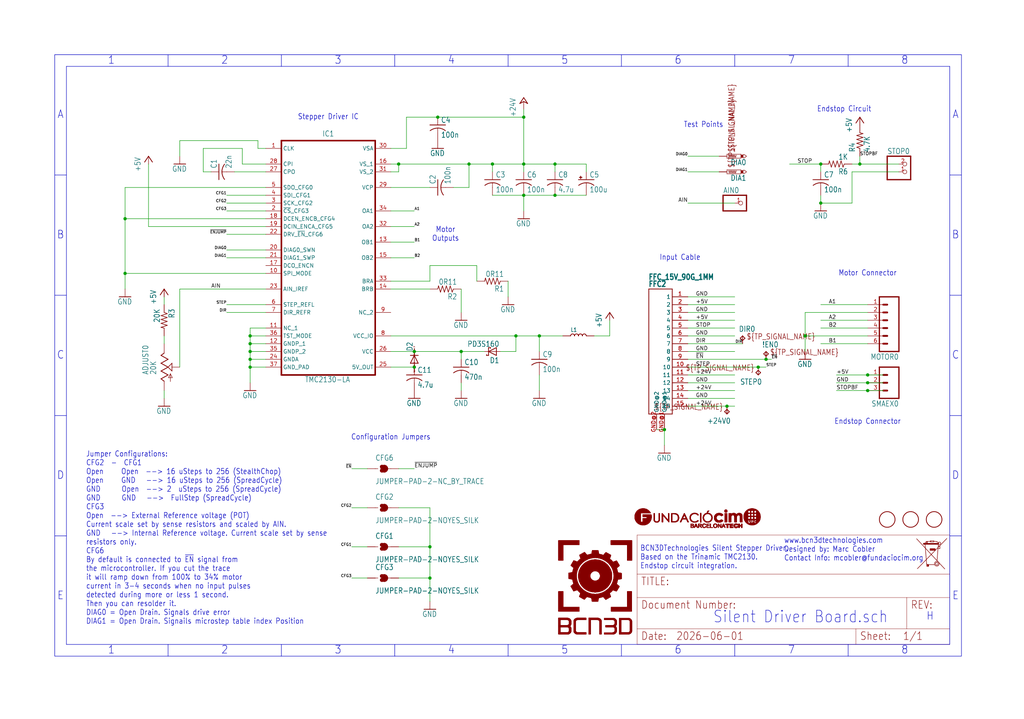
<source format=kicad_sch>
(kicad_sch (version 20230121) (generator eeschema)
  (paper "User" 332.74 233.832)
  (lib_symbols
    (symbol "working-eagle-import:+24V" (power)
      (property "Value" "+24V" (at -2.54 -5.08 90))
      (symbol "+24V_1_0"
        (pin power_in line (at 0 -2.54 90) (length 2.54) (name "+24V") (number "1"))
      )
    )
    (symbol "working-eagle-import:+5V" (power)
      (property "Value" "+5V" (at -2.54 -5.08 90))
      (symbol "+5V_1_0"
        (pin power_in line (at 0 -2.54 90) (length 2.54) (name "+5V") (number "1"))
      )
    )
    (symbol "working-eagle-import:C-USC0603K"
      (property "Reference" "C" (at 1.016 0.635 0))
      (symbol "C-USC0603K_1_0"
        (pin passive line (at 0 2.54 270) (length 2.54) (name "1") (number "1"))
        (pin passive line (at 0 -5.08 90) (length 2.54) (name "2") (number "2"))
      )
    )
    (symbol "working-eagle-import:C-USC0805"
      (property "Reference" "C" (at 1.016 0.635 0))
      (symbol "C-USC0805_1_0"
        (pin passive line (at 0 2.54 270) (length 2.54) (name "1") (number "1"))
        (pin passive line (at 0 -5.08 90) (length 2.54) (name "2") (number "2"))
      )
    )
    (symbol "working-eagle-import:C-USC1210"
      (property "Reference" "C" (at 1.016 0.635 0))
      (symbol "C-USC1210_1_0"
        (pin passive line (at 0 2.54 270) (length 2.54) (name "1") (number "1"))
        (pin passive line (at 0 -5.08 90) (length 2.54) (name "2") (number "2"))
      )
    )
    (symbol "working-eagle-import:CPOL-USUD-6,3X7,7"
      (property "Reference" "C" (at 1.016 0.635 0))
      (symbol "CPOL-USUD-6,3X7,7_1_0"
        (pin passive line (at 0 2.54 270) (length 2.54) (name "+") (number "+"))
        (pin passive line (at 0 -5.08 90) (length 2.54) (name "-") (number "-"))
      )
    )
    (symbol "working-eagle-import:DIODE-MINIMELF"
      (property "Reference" "D" (at 2.54 0.4826 0))
      (symbol "DIODE-MINIMELF_1_0"
        (text "SpiceOrder 1" (at -2.54 0 0) (effects (font (size 0.4064 0.3454))))
        (text "SpiceOrder 2" (at 2.54 0 0) (effects (font (size 0.4064 0.3454))))
        (pin passive line (at -2.54 0 0) (length 2.54) (name "A") (number "A"))
        (pin passive line (at 2.54 0 180) (length 2.54) (name "C") (number "C"))
      )
    )
    (symbol "working-eagle-import:DOCFIELD"
      (symbol "DOCFIELD_1_0"
        (text "${#}/${##}" (at 86.36 1.27 0) (effects (font (size 2.54 2.159)) (justify left bottom)))
        (text "${CURRENT_DATE}" (at 12.7 1.27 0) (effects (font (size 2.54 2.159)) (justify left bottom)))
        (text "${PROJECTNAME}" (at 17.78 19.05 0) (effects (font (size 2.54 2.159)) (justify left bottom)))
        (text "Date:" (at 1.27 1.27 0) (effects (font (size 2.54 2.159)) (justify left bottom)))
        (text "Document Number:" (at 1.27 11.43 0) (effects (font (size 2.54 2.159)) (justify left bottom)))
        (text "REV:" (at 88.9 11.43 0) (effects (font (size 2.54 2.159)) (justify left bottom)))
        (text "Sheet:" (at 72.39 1.27 0) (effects (font (size 2.54 2.159)) (justify left bottom)))
        (text "TITLE:" (at 1.27 19.05 0) (effects (font (size 2.54 2.159)) (justify left bottom)))
      )
    )
    (symbol "working-eagle-import:FCIMLOGO")
    (symbol "working-eagle-import:FFC_15V_90G_1MM"
      (property "Reference" "FFC" (at -5.334 25.908 0))
      (symbol "FFC_15V_90G_1MM_1_0"
        (pin bidirectional line (at 7.62 22.86 180) (length 5.08) (name "1") (number "1"))
        (pin bidirectional line (at 7.62 0 180) (length 5.08) (name "10") (number "10"))
        (pin bidirectional line (at 7.62 -2.54 180) (length 5.08) (name "11") (number "11"))
        (pin bidirectional line (at 7.62 -5.08 180) (length 5.08) (name "12") (number "12"))
        (pin bidirectional line (at 7.62 -7.62 180) (length 5.08) (name "13") (number "13"))
        (pin bidirectional line (at 7.62 -10.16 180) (length 5.08) (name "14") (number "14"))
        (pin bidirectional line (at 7.62 -12.7 180) (length 5.08) (name "15") (number "15"))
        (pin bidirectional line (at 7.62 20.32 180) (length 5.08) (name "2") (number "2"))
        (pin bidirectional line (at 7.62 17.78 180) (length 5.08) (name "3") (number "3"))
        (pin bidirectional line (at 7.62 15.24 180) (length 5.08) (name "4") (number "4"))
        (pin bidirectional line (at 7.62 12.7 180) (length 5.08) (name "5") (number "5"))
        (pin bidirectional line (at 7.62 10.16 180) (length 5.08) (name "6") (number "6"))
        (pin bidirectional line (at 7.62 7.62 180) (length 5.08) (name "7") (number "7"))
        (pin bidirectional line (at 7.62 5.08 180) (length 5.08) (name "8") (number "8"))
        (pin bidirectional line (at 7.62 2.54 180) (length 5.08) (name "9") (number "9"))
        (pin bidirectional line (at 0 -20.32 90) (length 5.08) (name "GND@1") (number "GND@1"))
        (pin bidirectional line (at -2.54 -20.32 90) (length 5.08) (name "GND@2") (number "GND@2"))
      )
    )
    (symbol "working-eagle-import:FIDUCIAL")
    (symbol "working-eagle-import:GND" (power)
      (property "Value" "GND" (at -2.54 -2.54 0))
      (symbol "GND_1_0"
        (pin power_in line (at 0 2.54 270) (length 2.54) (name "GND") (number "1"))
      )
    )
    (symbol "working-eagle-import:INDUCTOR/FERRITE-BEAD'0603'"
      (property "Reference" "L" (at -2.54 1.27 0))
      (symbol "INDUCTOR/FERRITE-BEAD'0603'_1_0"
        (pin passive line (at -5.08 0 0) (length 2.54) (name "1") (number "1"))
        (pin passive line (at 5.08 0 180) (length 2.54) (name "2") (number "2"))
      )
    )
    (symbol "working-eagle-import:JST_2PIN-THM-RA"
      (property "Reference" "CN" (at -6.35 5.715 0))
      (symbol "JST_2PIN-THM-RA_1_0"
        (pin passive inverted (at -2.54 0 0) (length 2.54) (name "2") (number "1"))
        (pin passive inverted (at -2.54 2.54 0) (length 2.54) (name "1") (number "2"))
      )
    )
    (symbol "working-eagle-import:JUMPER-PAD-2-NC_BY_TRACE"
      (property "Reference" "JP" (at -2.54 2.54 0))
      (symbol "JUMPER-PAD-2-NC_BY_TRACE_1_0"
        (pin passive line (at -5.08 0 0) (length 2.54) (name "1") (number "1"))
        (pin passive line (at 5.08 0 180) (length 2.54) (name "2") (number "2"))
      )
    )
    (symbol "working-eagle-import:JUMPER-PAD-2-NOYES_SILK"
      (property "Reference" "JP" (at -2.54 2.54 0))
      (symbol "JUMPER-PAD-2-NOYES_SILK_1_0"
        (pin passive line (at -5.08 0 0) (length 2.54) (name "1") (number "1"))
        (pin passive line (at 5.08 0 180) (length 2.54) (name "2") (number "2"))
      )
    )
    (symbol "working-eagle-import:LOGOS")
    (symbol "working-eagle-import:M03PTH"
      (property "Reference" "J" (at -2.54 5.842 0))
      (symbol "M03PTH_1_0"
        (pin passive line (at 7.62 -2.54 180) (length 5.08) (name "1") (number "1"))
        (pin passive line (at 7.62 0 180) (length 5.08) (name "2") (number "2"))
        (pin passive line (at 7.62 2.54 180) (length 5.08) (name "3") (number "3"))
      )
    )
    (symbol "working-eagle-import:M06"
      (property "Reference" "JP" (at -5.08 10.922 0))
      (symbol "M06_1_0"
        (pin passive line (at 5.08 -5.08 180) (length 5.08) (name "1") (number "1"))
        (pin passive line (at 5.08 -2.54 180) (length 5.08) (name "2") (number "2"))
        (pin passive line (at 5.08 0 180) (length 5.08) (name "3") (number "3"))
        (pin passive line (at 5.08 2.54 180) (length 5.08) (name "4") (number "4"))
        (pin passive line (at 5.08 5.08 180) (length 5.08) (name "5") (number "5"))
        (pin passive line (at 5.08 7.62 180) (length 5.08) (name "6") (number "6"))
      )
    )
    (symbol "working-eagle-import:MUELLTONNE_10.00")
    (symbol "working-eagle-import:PD3S160"
      (property "Reference" "D" (at -2.286 1.905 0))
      (symbol "PD3S160_1_0"
        (pin passive line (at -2.54 0 0) (length 2.54) (name "A") (number "A"))
        (pin passive line (at 2.54 0 180) (length 2.54) (name "C") (number "C"))
      )
    )
    (symbol "working-eagle-import:PINHD-1X1"
      (property "Reference" "JP" (at -6.35 3.175 0))
      (symbol "PINHD-1X1_1_0"
        (pin passive inverted (at -2.54 0 0) (length 2.54) (name "1") (number "1"))
      )
    )
    (symbol "working-eagle-import:PTR1TP12R"
      (property "Reference" "TP" (at -1.016 -6.35 90))
      (symbol "PTR1TP12R_1_0"
        (text "${TP_SIGNAL_NAME}" (at 1.27 -2.54 0) (effects (font (size 1.778 1.5113)) (justify left bottom)))
        (pin input line (at 0 2.54 270) (length 2.54) (name "TP") (number "TP"))
      )
    )
    (symbol "working-eagle-import:R-US_R0603"
      (property "Reference" "R" (at -3.81 1.4986 0))
      (symbol "R-US_R0603_1_0"
        (pin passive line (at -5.08 0 0) (length 2.54) (name "1") (number "1"))
        (pin passive line (at 5.08 0 180) (length 2.54) (name "2") (number "2"))
      )
    )
    (symbol "working-eagle-import:R-US_R0805"
      (property "Reference" "R" (at -3.81 1.4986 0))
      (symbol "R-US_R0805_1_0"
        (pin passive line (at -5.08 0 0) (length 2.54) (name "1") (number "1"))
        (pin passive line (at 5.08 0 180) (length 2.54) (name "2") (number "2"))
      )
    )
    (symbol "working-eagle-import:TMC2130-LA"
      (property "Reference" "IC" (at 20.32 3.81 0))
      (symbol "TMC2130-LA_1_0"
        (pin input line (at 0 0 0) (length 5.08) (name "CLK") (number "1"))
        (pin input line (at 0 -40.64 0) (length 5.08) (name "SPI_MODE") (number "10"))
        (pin power_in line (at 0 -58.42 0) (length 5.08) (name "NC_1") (number "11"))
        (pin power_in line (at 0 -63.5 0) (length 5.08) (name "GNDP_1") (number "12"))
        (pin output line (at 40.64 -30.48 180) (length 5.08) (name "OB1") (number "13"))
        (pin output line (at 40.64 -45.72 180) (length 5.08) (name "BRB") (number "14"))
        (pin output line (at 40.64 -35.56 180) (length 5.08) (name "OB2") (number "15"))
        (pin power_in line (at 40.64 -5.08 180) (length 5.08) (name "VS_1") (number "16"))
        (pin bidirectional line (at 0 -38.1 0) (length 5.08) (name "DCO_ENCN") (number "17"))
        (pin input line (at 0 -22.86 0) (length 5.08) (name "DCEN_ENCB_CFG4") (number "18"))
        (pin input line (at 0 -25.4 0) (length 5.08) (name "DCIN_ENCA_CFG5") (number "19"))
        (pin input line (at 0 -20.32 0) (length 5.08) (name "~{CS}_CFG3") (number "2"))
        (pin bidirectional line (at 0 -33.02 0) (length 5.08) (name "DIAG0_SWN") (number "20"))
        (pin bidirectional line (at 0 -35.56 0) (length 5.08) (name "DIAG1_SWP") (number "21"))
        (pin input line (at 0 -27.94 0) (length 5.08) (name "DRV_~{EN}_CFG6") (number "22"))
        (pin input line (at 0 -45.72 0) (length 5.08) (name "AIN_IREF") (number "23"))
        (pin power_in line (at 0 -68.58 0) (length 5.08) (name "GNDA") (number "24"))
        (pin power_in line (at 40.64 -71.12 180) (length 5.08) (name "5V_OUT") (number "25"))
        (pin power_in line (at 40.64 -66.04 180) (length 5.08) (name "VCC") (number "26"))
        (pin output line (at 0 -7.62 0) (length 5.08) (name "CPO") (number "27"))
        (pin input line (at 0 -5.08 0) (length 5.08) (name "CPI") (number "28"))
        (pin power_in line (at 40.64 -12.7 180) (length 5.08) (name "VCP") (number "29"))
        (pin input line (at 0 -17.78 0) (length 5.08) (name "SCK_CFG2") (number "3"))
        (pin power_in line (at 40.64 0 180) (length 5.08) (name "VSA") (number "30"))
        (pin power_in line (at 40.64 -7.62 180) (length 5.08) (name "VS_2") (number "31"))
        (pin output line (at 40.64 -25.4 180) (length 5.08) (name "OA2") (number "32"))
        (pin output line (at 40.64 -43.18 180) (length 5.08) (name "BRA") (number "33"))
        (pin output line (at 40.64 -20.32 180) (length 5.08) (name "OA1") (number "34"))
        (pin power_in line (at 0 -66.04 0) (length 5.08) (name "GNDP_2") (number "35"))
        (pin input line (at 0 -60.96 0) (length 5.08) (name "TST_MODE") (number "36"))
        (pin power_in line (at 0 -71.12 0) (length 5.08) (name "GND_PAD") (number "37"))
        (pin input line (at 0 -15.24 0) (length 5.08) (name "SDI_CFG1") (number "4"))
        (pin bidirectional line (at 0 -12.7 0) (length 5.08) (name "SDO_CFG0") (number "5"))
        (pin input line (at 0 -50.8 0) (length 5.08) (name "STEP_REFL") (number "6"))
        (pin input line (at 0 -53.34 0) (length 5.08) (name "DIR_REFR") (number "7"))
        (pin power_in line (at 40.64 -60.96 180) (length 5.08) (name "VCC_IO") (number "8"))
        (pin passive line (at 40.64 -53.34 180) (length 5.08) (name "NC_2") (number "9"))
      )
    )
    (symbol "working-eagle-import:TPB1,27"
      (property "Reference" "TP" (at -1.27 1.27 0))
      (symbol "TPB1,27_1_0"
        (text "${TP_SIGNAL_NAME}" (at 1.27 -1.27 0) (effects (font (size 1.778 1.5113)) (justify left bottom)))
        (pin input line (at 0 -2.54 90) (length 2.54) (name "TP") (number "TP"))
      )
    )
    (symbol "working-eagle-import:TRIM_US-3223G"
      (property "Reference" "R" (at -5.08 -2.54 90))
      (symbol "TRIM_US-3223G_1_0"
        (pin passive line (at 0 -7.62 90) (length 2.54) (name "A") (number "1"))
        (pin passive line (at 5.08 0 180) (length 2.54) (name "S") (number "2"))
        (pin passive line (at 0 7.62 270) (length 2.54) (name "E") (number "3"))
      )
    )
  )
  (junction (at 40.64 88.9))
  (junction (at 81.28 109.22))
  (junction (at 180.34 53.34))
  (junction (at 279.4 53.34))
  (junction (at 266.7 53.34))
  (junction (at 160.02 53.34))
  (junction (at 149.86 114.3))
  (junction (at 81.28 111.76))
  (junction (at 266.7 66.04))
  (junction (at 281.94 124.46))
  (junction (at 134.62 119.38))
  (junction (at 281.94 127))
  (junction (at 81.28 116.84))
  (junction (at 129.54 53.34))
  (junction (at 175.26 109.22))
  (junction (at 134.62 114.3))
  (junction (at 170.18 63.5))
  (junction (at 170.18 53.34))
  (junction (at 139.7 187.96))
  (junction (at 152.4 53.34))
  (junction (at 215.9 139.7))
  (junction (at 236.22 132.08))
  (junction (at 261.62 109.22))
  (junction (at 281.94 121.92))
  (junction (at 139.7 177.8))
  (junction (at 40.64 71.12))
  (junction (at 180.34 63.5))
  (junction (at 142.24 38.1))
  (junction (at 246.38 119.38))
  (junction (at 81.28 119.38))
  (junction (at 170.18 38.1))
  (junction (at 167.64 109.22))
  (junction (at 248.92 116.84))
  (junction (at 81.28 114.3))
  (wire (pts (xy 223.52 109.22) (xy 238.76 109.22)) (stroke (width 0.1524)))
  (wire (pts (xy 170.18 53.34) (xy 180.34 53.34)) (stroke (width 0.1524)))
  (wire (pts (xy 223.52 121.92) (xy 238.76 121.92)) (stroke (width 0.1524)))
  (wire (pts (xy 149.86 114.3) (xy 157.48 114.3)) (stroke (width 0.1524)))
  (wire (pts (xy 86.36 83.82) (xy 73.66 83.82)) (stroke (width 0.1524)))
  (wire (pts (xy 170.18 63.5) (xy 180.34 63.5)) (stroke (width 0.1524)))
  (wire (pts (xy 279.4 50.8) (xy 279.4 53.34)) (stroke (width 0.1524)))
  (wire (pts (xy 152.4 53.34) (xy 160.02 53.34)) (stroke (width 0.1524)))
  (wire (pts (xy 223.52 101.6) (xy 238.76 101.6)) (stroke (width 0.1524)))
  (wire (pts (xy 160.02 55.88) (xy 160.02 53.34)) (stroke (width 0.1524)))
  (wire (pts (xy 198.12 104.14) (xy 198.12 109.22)) (stroke (width 0.1524)))
  (wire (pts (xy 261.62 109.22) (xy 261.62 114.3)) (stroke (width 0.1524)))
  (wire (pts (xy 127 91.44) (xy 139.7 91.44)) (stroke (width 0.1524)))
  (wire (pts (xy 223.52 111.76) (xy 241.3 111.76)) (stroke (width 0.1524)))
  (wire (pts (xy 180.34 53.34) (xy 190.5 53.34)) (stroke (width 0.1524)))
  (wire (pts (xy 58.42 119.38) (xy 58.42 93.98)) (stroke (width 0.1524)))
  (wire (pts (xy 127 78.74) (xy 134.62 78.74)) (stroke (width 0.1524)))
  (wire (pts (xy 86.36 60.96) (xy 40.64 60.96)) (stroke (width 0.1524)))
  (wire (pts (xy 287.02 121.92) (xy 281.94 121.92)) (stroke (width 0.1524)))
  (wire (pts (xy 127 93.98) (xy 139.7 93.98)) (stroke (width 0.1524)))
  (wire (pts (xy 40.64 71.12) (xy 40.64 88.9)) (stroke (width 0.1524)))
  (wire (pts (xy 119.38 187.96) (xy 114.3 187.96)) (stroke (width 0.1524)))
  (wire (pts (xy 142.24 38.1) (xy 170.18 38.1)) (stroke (width 0.1524)))
  (wire (pts (xy 167.64 114.3) (xy 167.64 109.22)) (stroke (width 0.1524)))
  (wire (pts (xy 160.02 63.5) (xy 170.18 63.5)) (stroke (width 0.1524)))
  (wire (pts (xy 81.28 119.38) (xy 81.28 124.46)) (stroke (width 0.1524)))
  (wire (pts (xy 139.7 177.8) (xy 139.7 187.96)) (stroke (width 0.1524)))
  (wire (pts (xy 119.38 177.8) (xy 114.3 177.8)) (stroke (width 0.1524)))
  (wire (pts (xy 86.36 63.5) (xy 73.66 63.5)) (stroke (width 0.1524)))
  (wire (pts (xy 281.94 127) (xy 271.78 127)) (stroke (width 0.1524)))
  (wire (pts (xy 281.94 121.92) (xy 271.78 121.92)) (stroke (width 0.1524)))
  (wire (pts (xy 266.7 66.04) (xy 266.7 63.5)) (stroke (width 0.1524)))
  (wire (pts (xy 139.7 187.96) (xy 139.7 195.58)) (stroke (width 0.1524)))
  (wire (pts (xy 149.86 127) (xy 149.86 124.46)) (stroke (width 0.1524)))
  (wire (pts (xy 287.02 124.46) (xy 281.94 124.46)) (stroke (width 0.1524)))
  (wire (pts (xy 149.86 116.84) (xy 149.86 114.3)) (stroke (width 0.1524)))
  (wire (pts (xy 129.54 55.88) (xy 129.54 53.34)) (stroke (width 0.1524)))
  (wire (pts (xy 223.52 106.68) (xy 238.76 106.68)) (stroke (width 0.1524)))
  (wire (pts (xy 152.4 60.96) (xy 152.4 53.34)) (stroke (width 0.1524)))
  (wire (pts (xy 66.04 55.88) (xy 66.04 48.26)) (stroke (width 0.1524)))
  (wire (pts (xy 83.82 48.26) (xy 83.82 45.72)) (stroke (width 0.1524)))
  (wire (pts (xy 175.26 109.22) (xy 182.88 109.22)) (stroke (width 0.1524)))
  (wire (pts (xy 48.26 73.66) (xy 48.26 53.34)) (stroke (width 0.1524)))
  (wire (pts (xy 223.52 114.3) (xy 238.76 114.3)) (stroke (width 0.1524)))
  (wire (pts (xy 198.12 109.22) (xy 193.04 109.22)) (stroke (width 0.1524)))
  (wire (pts (xy 119.38 165.1) (xy 114.3 165.1)) (stroke (width 0.1524)))
  (wire (pts (xy 86.36 71.12) (xy 40.64 71.12)) (stroke (width 0.1524)))
  (wire (pts (xy 127 109.22) (xy 167.64 109.22)) (stroke (width 0.1524)))
  (wire (pts (xy 223.52 96.52) (xy 238.76 96.52)) (stroke (width 0.1524)))
  (wire (pts (xy 86.36 81.28) (xy 73.66 81.28)) (stroke (width 0.1524)))
  (wire (pts (xy 281.94 109.22) (xy 261.62 109.22)) (stroke (width 0.1524)))
  (wire (pts (xy 53.34 127) (xy 53.34 129.54)) (stroke (width 0.1524)))
  (wire (pts (xy 78.74 53.34) (xy 86.36 53.34)) (stroke (width 0.1524)))
  (wire (pts (xy 170.18 55.88) (xy 170.18 53.34)) (stroke (width 0.1524)))
  (wire (pts (xy 127 83.82) (xy 134.62 83.82)) (stroke (width 0.1524)))
  (wire (pts (xy 162.56 114.3) (xy 167.64 114.3)) (stroke (width 0.1524)))
  (wire (pts (xy 223.52 119.38) (xy 246.38 119.38)) (stroke (width 0.1524)))
  (wire (pts (xy 279.4 53.34) (xy 276.86 53.34)) (stroke (width 0.1524)))
  (wire (pts (xy 86.36 109.22) (xy 81.28 109.22)) (stroke (width 0.1524)))
  (wire (pts (xy 281.94 99.06) (xy 266.7 99.06)) (stroke (width 0.1524)))
  (wire (pts (xy 160.02 53.34) (xy 170.18 53.34)) (stroke (width 0.1524)))
  (wire (pts (xy 165.1 91.44) (xy 165.1 96.52)) (stroke (width 0.1524)))
  (wire (pts (xy 223.52 132.08) (xy 236.22 132.08)) (stroke (width 0.1524)))
  (wire (pts (xy 281.94 101.6) (xy 261.62 101.6)) (stroke (width 0.1524)))
  (wire (pts (xy 127 73.66) (xy 134.62 73.66)) (stroke (width 0.1524)))
  (wire (pts (xy 170.18 38.1) (xy 170.18 35.56)) (stroke (width 0.1524)))
  (wire (pts (xy 248.92 116.84) (xy 250.698 116.84)) (stroke (width 0.1524)))
  (wire (pts (xy 127 48.26) (xy 132.08 48.26)) (stroke (width 0.1524)))
  (wire (pts (xy 86.36 88.9) (xy 40.64 88.9)) (stroke (width 0.1524)))
  (wire (pts (xy 53.34 96.52) (xy 53.34 99.06)) (stroke (width 0.1524)))
  (wire (pts (xy 81.28 116.84) (xy 81.28 119.38)) (stroke (width 0.1524)))
  (wire (pts (xy 180.34 55.88) (xy 180.34 53.34)) (stroke (width 0.1524)))
  (wire (pts (xy 40.64 60.96) (xy 40.64 71.12)) (stroke (width 0.1524)))
  (wire (pts (xy 246.38 119.38) (xy 248.92 119.38)) (stroke (width 0.1524)))
  (wire (pts (xy 86.36 73.66) (xy 48.26 73.66)) (stroke (width 0.1524)))
  (wire (pts (xy 58.42 93.98) (xy 86.36 93.98)) (stroke (width 0.1524)))
  (wire (pts (xy 215.9 139.7) (xy 215.9 144.78)) (stroke (width 0.1524)))
  (wire (pts (xy 175.26 121.92) (xy 175.26 127)) (stroke (width 0.1524)))
  (wire (pts (xy 190.5 55.88) (xy 190.5 53.34)) (stroke (width 0.1524)))
  (wire (pts (xy 170.18 63.5) (xy 170.18 68.58)) (stroke (width 0.1524)))
  (wire (pts (xy 287.02 127) (xy 281.94 127)) (stroke (width 0.1524)))
  (wire (pts (xy 266.7 55.88) (xy 266.7 53.34)) (stroke (width 0.1524)))
  (wire (pts (xy 175.26 109.22) (xy 175.26 114.3)) (stroke (width 0.1524)))
  (wire (pts (xy 276.86 66.04) (xy 266.7 66.04)) (stroke (width 0.1524)))
  (wire (pts (xy 238.76 66.04) (xy 223.52 66.04)) (stroke (width 0.1524)))
  (wire (pts (xy 129.54 187.96) (xy 139.7 187.96)) (stroke (width 0.1524)))
  (wire (pts (xy 68.58 55.88) (xy 66.04 55.88)) (stroke (width 0.1524)))
  (wire (pts (xy 139.7 91.44) (xy 139.7 86.36)) (stroke (width 0.1524)))
  (wire (pts (xy 58.42 45.72) (xy 58.42 50.8)) (stroke (width 0.1524)))
  (wire (pts (xy 233.68 55.88) (xy 223.52 55.88)) (stroke (width 0.1524)))
  (wire (pts (xy 154.94 91.44) (xy 154.94 86.36)) (stroke (width 0.1524)))
  (wire (pts (xy 40.64 88.9) (xy 40.64 93.98)) (stroke (width 0.1524)))
  (wire (pts (xy 86.36 106.68) (xy 81.28 106.68)) (stroke (width 0.1524)))
  (wire (pts (xy 86.36 101.6) (xy 73.66 101.6)) (stroke (width 0.1524)))
  (wire (pts (xy 129.54 177.8) (xy 139.7 177.8)) (stroke (width 0.1524)))
  (wire (pts (xy 236.22 132.08) (xy 238.76 132.08)) (stroke (width 0.1524)))
  (wire (pts (xy 147.32 60.96) (xy 152.4 60.96)) (stroke (width 0.1524)))
  (wire (pts (xy 86.36 119.38) (xy 81.28 119.38)) (stroke (width 0.1524)))
  (wire (pts (xy 292.1 53.34) (xy 279.4 53.34)) (stroke (width 0.1524)))
  (wire (pts (xy 132.08 38.1) (xy 142.24 38.1)) (stroke (width 0.1524)))
  (wire (pts (xy 86.36 116.84) (xy 81.28 116.84)) (stroke (width 0.1524)))
  (wire (pts (xy 86.36 114.3) (xy 81.28 114.3)) (stroke (width 0.1524)))
  (wire (pts (xy 81.28 109.22) (xy 81.28 111.76)) (stroke (width 0.1524)))
  (wire (pts (xy 127 119.38) (xy 134.62 119.38)) (stroke (width 0.1524)))
  (wire (pts (xy 81.28 111.76) (xy 81.28 114.3)) (stroke (width 0.1524)))
  (wire (pts (xy 81.28 114.3) (xy 81.28 116.84)) (stroke (width 0.1524)))
  (wire (pts (xy 134.62 114.3) (xy 127 114.3)) (stroke (width 0.1524)))
  (wire (pts (xy 83.82 45.72) (xy 58.42 45.72)) (stroke (width 0.1524)))
  (wire (pts (xy 139.7 165.1) (xy 139.7 177.8)) (stroke (width 0.1524)))
  (wire (pts (xy 129.54 152.4) (xy 134.62 152.4)) (stroke (width 0.1524)))
  (wire (pts (xy 266.7 53.34) (xy 256.54 53.34)) (stroke (width 0.1524)))
  (wire (pts (xy 86.36 48.26) (xy 83.82 48.26)) (stroke (width 0.1524)))
  (wire (pts (xy 281.94 106.68) (xy 266.7 106.68)) (stroke (width 0.1524)))
  (wire (pts (xy 53.34 109.22) (xy 53.34 111.76)) (stroke (width 0.1524)))
  (wire (pts (xy 86.36 99.06) (xy 73.66 99.06)) (stroke (width 0.1524)))
  (wire (pts (xy 213.36 139.7) (xy 215.9 139.7)) (stroke (width 0.1524)))
  (wire (pts (xy 86.36 66.04) (xy 73.66 66.04)) (stroke (width 0.1524)))
  (wire (pts (xy 129.54 53.34) (xy 152.4 53.34)) (stroke (width 0.1524)))
  (wire (pts (xy 281.94 124.46) (xy 271.78 124.46)) (stroke (width 0.1524)))
  (wire (pts (xy 223.52 129.54) (xy 238.76 129.54)) (stroke (width 0.1524)))
  (wire (pts (xy 127 55.88) (xy 129.54 55.88)) (stroke (width 0.1524)))
  (wire (pts (xy 129.54 165.1) (xy 139.7 165.1)) (stroke (width 0.1524)))
  (wire (pts (xy 292.1 55.88) (xy 276.86 55.88)) (stroke (width 0.1524)))
  (wire (pts (xy 223.52 104.14) (xy 238.76 104.14)) (stroke (width 0.1524)))
  (wire (pts (xy 78.74 48.26) (xy 78.74 53.34)) (stroke (width 0.1524)))
  (wire (pts (xy 170.18 38.1) (xy 170.18 53.34)) (stroke (width 0.1524)))
  (wire (pts (xy 223.52 116.84) (xy 248.92 116.84)) (stroke (width 0.1524)))
  (wire (pts (xy 86.36 68.58) (xy 73.66 68.58)) (stroke (width 0.1524)))
  (wire (pts (xy 276.86 55.88) (xy 276.86 66.04)) (stroke (width 0.1524)))
  (wire (pts (xy 261.62 101.6) (xy 261.62 109.22)) (stroke (width 0.1524)))
  (wire (pts (xy 81.28 106.68) (xy 81.28 109.22)) (stroke (width 0.1524)))
  (wire (pts (xy 139.7 86.36) (xy 154.94 86.36)) (stroke (width 0.1524)))
  (wire (pts (xy 86.36 76.2) (xy 73.66 76.2)) (stroke (width 0.1524)))
  (wire (pts (xy 233.68 50.8) (xy 223.52 50.8)) (stroke (width 0.1524)))
  (wire (pts (xy 180.34 63.5) (xy 190.5 63.5)) (stroke (width 0.1524)))
  (wire (pts (xy 132.08 48.26) (xy 132.08 38.1)) (stroke (width 0.1524)))
  (wire (pts (xy 223.52 99.06) (xy 238.76 99.06)) (stroke (width 0.1524)))
  (wire (pts (xy 86.36 111.76) (xy 81.28 111.76)) (stroke (width 0.1524)))
  (wire (pts (xy 223.52 124.46) (xy 238.76 124.46)) (stroke (width 0.1524)))
  (wire (pts (xy 149.86 93.98) (xy 149.86 101.6)) (stroke (width 0.1524)))
  (wire (pts (xy 281.94 111.76) (xy 266.7 111.76)) (stroke (width 0.1524)))
  (wire (pts (xy 134.62 114.3) (xy 149.86 114.3)) (stroke (width 0.1524)))
  (wire (pts (xy 127 68.58) (xy 134.62 68.58)) (stroke (width 0.1524)))
  (wire (pts (xy 223.52 127) (xy 238.76 127)) (stroke (width 0.1524)))
  (wire (pts (xy 66.04 48.26) (xy 78.74 48.26)) (stroke (width 0.1524)))
  (wire (pts (xy 86.36 55.88) (xy 76.2 55.88)) (stroke (width 0.1524)))
  (wire (pts (xy 119.38 152.4) (xy 114.3 152.4)) (stroke (width 0.1524)))
  (wire (pts (xy 129.54 53.34) (xy 127 53.34)) (stroke (width 0.1524)))
  (wire (pts (xy 139.7 60.96) (xy 127 60.96)) (stroke (width 0.1524)))
  (wire (pts (xy 281.94 104.14) (xy 266.7 104.14)) (stroke (width 0.1524)))
  (wire (pts (xy 167.64 109.22) (xy 175.26 109.22)) (stroke (width 0.1524)))
  (polyline (pts (xy 54.61 17.78) (xy 54.61 21.59)))
  (polyline (pts (xy 17.78 56.896) (xy 21.59 56.896)))
  (polyline (pts (xy 308.61 21.59) (xy 308.61 209.55)))
  (polyline (pts (xy 165.1 17.78) (xy 165.1 21.59)))
  (polyline (pts (xy 17.78 174.244) (xy 21.59 174.244)))
  (polyline (pts (xy 308.61 209.55) (xy 21.59 209.55)))
  (polyline (pts (xy 201.93 209.55) (xy 201.93 213.36)))
  (polyline (pts (xy 238.76 17.78) (xy 238.76 21.59)))
  (polyline (pts (xy 308.61 174.244) (xy 312.42 174.244)))
  (polyline (pts (xy 128.27 209.55) (xy 128.27 213.36)))
  (polyline (pts (xy 17.78 17.78) (xy 312.42 17.78) (xy 312.42 213.36) (xy 17.78 213.36) (xy 17.78 17.78)))
  (polyline (pts (xy 91.44 17.78) (xy 91.44 21.59)))
  (polyline (pts (xy 21.59 21.59) (xy 21.59 209.55)))
  (polyline (pts (xy 91.44 209.55) (xy 91.44 213.36)))
  (polyline (pts (xy 238.76 209.55) (xy 238.76 213.36)))
  (polyline (pts (xy 308.61 56.896) (xy 312.42 56.896)))
  (polyline (pts (xy 165.1 209.55) (xy 165.1 213.36)))
  (polyline (pts (xy 17.78 135.128) (xy 21.59 135.128)))
  (polyline (pts (xy 308.61 135.128) (xy 312.42 135.128)))
  (polyline (pts (xy 17.78 96.012) (xy 21.59 96.012)))
  (polyline (pts (xy 308.61 96.012) (xy 312.42 96.012)))
  (polyline (pts (xy 275.59 209.55) (xy 275.59 213.36)))
  (polyline (pts (xy 275.59 17.78) (xy 275.59 21.59)))
  (polyline (pts (xy 54.61 209.55) (xy 54.61 213.36)))
  (polyline (pts (xy 308.61 21.59) (xy 21.59 21.59)))
  (polyline (pts (xy 201.93 17.78) (xy 201.93 21.59)))
  (polyline (pts (xy 128.27 17.78) (xy 128.27 21.59)))
  (text "E" (at 310.515 193.802 0) (effects (font (size 2.54 2.286))))
  (text "C" (at 19.685 115.57 0) (effects (font (size 2.54 2.286))))
  (text "Stepper Driver IC" (at 106.68 38.1 0) (effects (font (size 1.778 1.5113))))
  (text "Configuration Jumpers" (at 127 142.24 0) (effects (font (size 1.778 1.5113))))
  (text "Motor Connector" (at 281.94 88.9 0) (effects (font (size 1.778 1.5113))))
  (text "3" (at 109.855 19.685 0) (effects (font (size 2.54 2.286))))
  (text "7" (at 257.175 19.685 0) (effects (font (size 2.54 2.286))))
  (text "E" (at 19.685 193.802 0) (effects (font (size 2.54 2.286))))
  (text "D" (at 19.685 154.686 0) (effects (font (size 2.54 2.286))))
  (text "Endstop Circuit" (at 274.32 35.56 0) (effects (font (size 1.778 1.5113))))
  (text "B" (at 310.515 76.454 0) (effects (font (size 2.54 2.286))))
  (text "4" (at 146.685 211.455 0) (effects (font (size 2.54 2.286))))
  (text "1" (at 36.195 19.685 0) (effects (font (size 2.54 2.286))))
  (text "Silent Driver Board.sch" (at 231.648 202.946 0) (effects (font (size 3.81 3.2385)) (justify left bottom)))
  (text "1" (at 36.195 211.455 0) (effects (font (size 2.54 2.286))))
  (text "8" (at 294.005 19.685 0) (effects (font (size 2.54 2.286))))
  (text "5" (at 183.515 211.455 0) (effects (font (size 2.54 2.286))))
  (text "7" (at 257.175 211.455 0) (effects (font (size 2.54 2.286))))
  (text "6" (at 220.345 19.685 0) (effects (font (size 2.54 2.286))))
  (text "A" (at 310.515 37.338 0) (effects (font (size 2.54 2.286))))
  (text "2" (at 73.025 211.455 0) (effects (font (size 2.54 2.286))))
  (text "H" (at 300.99 201.93 0) (effects (font (size 2.54 2.159)) (justify left bottom)))
  (text "Jumper Configurations:\nCFG2  -  CFG1\nOpen     Open  --> 16 uSteps to 256 (StealthChop)\nOpen     GND   --> 16 uSteps to 256 (SpreadCycle)\nGND      Open  --> 2  uSteps to 256 (SpreadCycle)\nGND      GND   -->  FullStep (SpreadCycle)\nCFG3\nOpen  --> External Reference voltage (POT)\nCurrent scale set by sense resistors and scaled by AIN.\nGND   --> Internal Reference voltage. Current scale set by sense\nresistors only.\nCFG6\nBy default is connected to ~{EN} signal from\nthe microcontroller. If you cut the trace\nit will ramp down from 100% to 34% motor\ncurrent in 3-4 seconds when no input pulses\ndetected during more or less 1 second.\nThen you can resolder it.\nDIAG0 = Open Drain. Signals drive error\nDIAG1 = Open Drain. Signails microstep table index Position" (at 27.94 203.2 0) (effects (font (size 1.778 1.5113)) (justify left bottom)))
  (text "Endstop Connector" (at 281.94 137.16 0) (effects (font (size 1.778 1.5113))))
  (text "BCN3DTechnologies Silent Stepper Driver.\nBased on the Trinamic TMC2130.\nEndstop circuit integration." (at 208.026 185.166 0) (effects (font (size 1.778 1.5113)) (justify left bottom)))
  (text "B" (at 19.685 76.454 0) (effects (font (size 2.54 2.286))))
  (text "2" (at 73.025 19.685 0) (effects (font (size 2.54 2.286))))
  (text "5" (at 183.515 19.685 0) (effects (font (size 2.54 2.286))))
  (text "C" (at 310.515 115.57 0) (effects (font (size 2.54 2.286))))
  (text "8" (at 294.005 211.455 0) (effects (font (size 2.54 2.286))))
  (text "3" (at 109.855 211.455 0) (effects (font (size 2.54 2.286))))
  (text "Motor\nOutputs" (at 144.78 76.2 0) (effects (font (size 1.778 1.5113))))
  (text "4" (at 146.685 19.685 0) (effects (font (size 2.54 2.286))))
  (text "A" (at 19.685 37.338 0) (effects (font (size 2.54 2.286))))
  (text "www.bcn3dtechnologies.com\nDesigned by: Marc Cobler\nContact Info: mcobler@fundaciocim.org" (at 254.762 182.626 0) (effects (font (size 1.778 1.5113)) (justify left bottom)))
  (text "6" (at 220.345 211.455 0) (effects (font (size 2.54 2.286))))
  (text "D" (at 310.515 154.686 0) (effects (font (size 2.54 2.286))))
  (text "Input Cable" (at 220.98 83.82 0) (effects (font (size 1.778 1.5113))))
  (text "Test Points" (at 228.6 40.64 0) (effects (font (size 1.778 1.5113))))
  (label "B2" (at 134.62 83.82 0) (effects (font (size 0.889 0.889))))
  (label "AIN" (at 68.58 93.98 0) (effects (font (size 1.2446 1.2446))))
  (label "~{ENJUMP}" (at 134.62 152.4 0) (effects (font (size 1.2446 1.2446))))
  (label "CFG1" (at 73.66 63.5 180) (effects (font (size 0.889 0.889))))
  (label "A2" (at 134.62 73.66 0) (effects (font (size 0.889 0.889))))
  (label "STEP" (at 248.92 119.38 0) (effects (font (size 0.889 0.889))))
  (label "+24V" (at 226.06 127 0) (effects (font (size 1.2446 1.2446))))
  (label "~{EN}" (at 250.698 116.84 0) (effects (font (size 0.889 0.889))))
  (label "CFG2" (at 114.3 165.1 180) (effects (font (size 0.889 0.889))))
  (label "DIR" (at 226.06 111.76 0) (effects (font (size 1.2446 1.2446))))
  (label "A1" (at 134.62 68.58 0) (effects (font (size 0.889 0.889))))
  (label "DIAG0" (at 73.66 81.28 180) (effects (font (size 0.889 0.889))))
  (label "GND" (at 226.06 101.6 0) (effects (font (size 1.2446 1.2446))))
  (label "GND" (at 226.06 109.22 0) (effects (font (size 1.2446 1.2446))))
  (label "+5V" (at 226.06 104.14 0) (effects (font (size 1.2446 1.2446))))
  (label "STOP" (at 226.06 106.68 0) (effects (font (size 1.2446 1.2446))))
  (label "DIAG0" (at 223.52 50.8 180) (effects (font (size 0.889 0.889))))
  (label "DIAG1" (at 73.66 83.82 180) (effects (font (size 0.889 0.889))))
  (label "DIAG1" (at 223.52 55.88 180) (effects (font (size 0.889 0.889))))
  (label "GND" (at 226.06 114.3 0) (effects (font (size 1.2446 1.2446))))
  (label "GND" (at 226.06 124.46 0) (effects (font (size 1.2446 1.2446))))
  (label "+24V" (at 226.06 121.92 0) (effects (font (size 1.2446 1.2446))))
  (label "AIN" (at 223.52 66.04 180) (effects (font (size 1.2446 1.2446))))
  (label "GND" (at 226.06 129.54 0) (effects (font (size 1.2446 1.2446))))
  (label "CFG2" (at 73.66 66.04 180) (effects (font (size 0.889 0.889))))
  (label "~{ENJUMP}" (at 73.66 76.2 180) (effects (font (size 0.889 0.889))))
  (label "CFG3" (at 73.66 68.58 180) (effects (font (size 0.889 0.889))))
  (label "CFG1" (at 114.3 177.8 180) (effects (font (size 0.889 0.889))))
  (label "STEP" (at 226.06 119.38 0) (effects (font (size 1.2446 1.2446))))
  (label "+24V" (at 226.06 132.08 0) (effects (font (size 1.2446 1.2446))))
  (label "GND" (at 271.78 124.46 0) (effects (font (size 1.2446 1.2446))))
  (label "STOP" (at 259.08 53.34 0) (effects (font (size 1.2446 1.2446))))
  (label "GND" (at 226.06 96.52 0) (effects (font (size 1.2446 1.2446))))
  (label "B2" (at 269.24 106.68 0) (effects (font (size 1.2446 1.2446))))
  (label "+5V" (at 226.06 99.06 0) (effects (font (size 1.2446 1.2446))))
  (label "A1" (at 269.24 99.06 0) (effects (font (size 1.2446 1.2446))))
  (label "STEP" (at 73.66 99.06 180) (effects (font (size 0.889 0.889))))
  (label "DIR" (at 73.66 101.6 180) (effects (font (size 0.889 0.889))))
  (label "~{EN}" (at 226.06 116.84 0) (effects (font (size 1.2446 1.2446))))
  (label "STOPBF" (at 271.78 127 0) (effects (font (size 1.2446 1.2446))))
  (label "B1" (at 269.24 111.76 0) (effects (font (size 1.2446 1.2446))))
  (label "+5V" (at 271.78 121.92 0) (effects (font (size 1.2446 1.2446))))
  (label "CFG3" (at 114.3 187.96 180) (effects (font (size 0.889 0.889))))
  (label "STOPBF" (at 279.4 50.8 0) (effects (font (size 1.016 1.016))))
  (label "A2" (at 269.24 104.14 0) (effects (font (size 1.2446 1.2446))))
  (label "~{EN}" (at 114.3 152.4 180) (effects (font (size 0.889 0.889))))
  (label "B1" (at 134.62 78.74 0) (effects (font (size 0.889 0.889))))
  (label "DIR" (at 241.3 111.76 180) (effects (font (size 0.889 0.889))))
  (symbol (lib_id "working-eagle-import:DOCFIELD") (at 207.01 209.55 0) (unit 1)
    (property "Reference" "#FRAME1" (effects hide))
    (property "Value" "DOCFIELD" (effects hide))
  )
  (symbol (lib_id "working-eagle-import:JUMPER-PAD-2-NC_BY_TRACE") (at 124.46 152.4 0) (unit 1)
    (property "Reference" "CFG6" (at 121.92 149.86 0) (effects (font (size 1.778 1.5113)) (justify left bottom)))
    (property "Value" "JUMPER-PAD-2-NC_BY_TRACE" (at 121.92 157.48 0) (effects (font (size 1.778 1.5113)) (justify left bottom)))
    (property "Footprint" "working:PAD-JUMPER-2-NC_BY_TRACE_YES_SILK" (effects hide))
    (property "OC_FARNELL" "unknown" (effects hide))
  )
  (symbol (lib_id "working-eagle-import:JST_2PIN-THM-RA") (at 294.64 55.88 0) (unit 1)
    (property "Reference" "STOP0" (at 288.29 50.165 0) (effects (font (size 1.778 1.5113)) (justify left bottom)))
    (property "Value" "JST_2PIN-THM-RA" (effects hide))
    (property "Footprint" "working:JST-PH-2-THM-RA" (effects hide))
    (property "MF" "JST (JAPAN SOLDERLESS TERMINALS)" (effects hide))
    (property "MPN" "S2B-PH-K-S (LF)(SN)" (effects hide))
    (property "OC_FARNELL" "9491902" (effects hide))
  )
  (symbol (lib_id "working-eagle-import:FIDUCIAL") (at 295.91 168.91 0) (unit 1)
    (property "Reference" "U$3" (effects hide))
    (property "Value" "FIDUCIAL" (effects hide))
    (property "Footprint" "working:FIDUCIAL_1MM" (effects hide))
    (property "OC_FARNELL" "unknown" (effects hide))
  )
  (symbol (lib_id "working-eagle-import:INDUCTOR/FERRITE-BEAD'0603'") (at 187.96 109.22 0) (unit 1)
    (property "Reference" "L1" (at 185.42 107.95 0) (effects (font (size 1.27 1.0795)) (justify left bottom)))
    (property "Value" "INDUCTOR/FERRITE-BEAD'0603'" (effects hide))
    (property "Footprint" "working:L0603" (effects hide))
    (property "MF" "BOURNS" (effects hide))
    (property "MPN" "CRL0603-FW-R470ELF" (effects hide))
    (property "OC_FARNELL" "2328098" (effects hide))
  )
  (symbol (lib_id "working-eagle-import:C-USC0603K") (at 142.24 40.64 0) (unit 1)
    (property "Reference" "C4" (at 143.256 40.005 0) (effects (font (size 1.778 1.5113)) (justify left bottom)))
    (property "Value" "100n" (at 143.256 44.831 0) (effects (font (size 1.778 1.5113)) (justify left bottom)))
    (property "Footprint" "working:C0603K" (effects hide))
    (property "MF" "AVX" (effects hide))
    (property "MPN" "06035C104KAT2A" (effects hide))
    (property "OC_FARNELL" "1301804" (effects hide))
  )
  (symbol (lib_id "working-eagle-import:GND") (at 175.26 129.54 0) (unit 1)
    (property "Reference" "#GND7" (effects hide))
    (property "Value" "GND" (at 172.72 132.08 0) (effects (font (size 1.778 1.5113)) (justify left bottom)))
  )
  (symbol (lib_id "working-eagle-import:+5V") (at 48.26 50.8 0) (unit 1)
    (property "Reference" "#P+4" (effects hide))
    (property "Value" "+5V" (at 45.72 55.88 90) (effects (font (size 1.778 1.5113)) (justify left bottom)))
  )
  (symbol (lib_id "working-eagle-import:C-USC0603K") (at 170.18 58.42 0) (unit 1)
    (property "Reference" "C6" (at 171.196 57.785 0) (effects (font (size 1.778 1.5113)) (justify left bottom)))
    (property "Value" "100n" (at 171.196 62.611 0) (effects (font (size 1.778 1.5113)) (justify left bottom)))
    (property "Footprint" "working:C0603K" (effects hide))
    (property "MF" "AVX" (effects hide))
    (property "MPN" "06035C104KAT2A" (effects hide))
    (property "OC_FARNELL" "1301804" (effects hide))
  )
  (symbol (lib_id "working-eagle-import:FFC_15V_90G_1MM") (at 215.9 119.38 0) (unit 1)
    (property "Reference" "FFC2" (at 210.566 93.472 0) (effects (font (size 1.778 1.5113) bold) (justify left bottom)))
    (property "Value" "FFC_15V_90G_1MM" (at 210.566 91.186 0) (effects (font (size 1.778 1.5113) bold) (justify left bottom)))
    (property "Footprint" "working:TE_FFC_CON1MM" (effects hide))
    (property "OC_FARNELL" "unknown" (effects hide))
  )
  (symbol (lib_id "working-eagle-import:DIODE-MINIMELF") (at 134.62 116.84 90) (unit 1)
    (property "Reference" "D2" (at 134.1374 114.3 0) (effects (font (size 1.778 1.5113)) (justify left bottom)))
    (property "Value" "DIODE-MINIMELF" (effects hide))
    (property "Footprint" "working:MINIMELF" (effects hide))
    (property "MF" "NXP" (effects hide))
    (property "MPN" "PMLL4448" (effects hide))
    (property "OC_FARNELL" "1097279" (effects hide))
  )
  (symbol (lib_id "working-eagle-import:GND") (at 142.24 48.26 0) (unit 1)
    (property "Reference" "#GND6" (effects hide))
    (property "Value" "GND" (at 139.7 50.8 0) (effects (font (size 1.778 1.5113)) (justify left bottom)))
  )
  (symbol (lib_id "working-eagle-import:+5V") (at 53.34 93.98 0) (unit 1)
    (property "Reference" "#P+5" (effects hide))
    (property "Value" "+5V" (at 50.8 99.06 90) (effects (font (size 1.778 1.5113)) (justify left bottom)))
  )
  (symbol (lib_id "working-eagle-import:R-US_R0603") (at 279.4 45.72 90) (unit 1)
    (property "Reference" "R4" (at 277.9014 49.53 0) (effects (font (size 1.778 1.5113)) (justify left bottom)))
    (property "Value" "4.7K" (at 282.702 49.53 0) (effects (font (size 1.778 1.5113)) (justify left bottom)))
    (property "Footprint" "working:R0603" (effects hide))
    (property "MF" "PANASONIC ELECTRONIC COMPONENTS" (effects hide))
    (property "MPN" "ERJP06F4701V" (effects hide))
    (property "OC_FARNELL" "1750763" (effects hide))
  )
  (symbol (lib_id "working-eagle-import:GND") (at 261.62 116.84 0) (unit 1)
    (property "Reference" "#GND1" (effects hide))
    (property "Value" "GND" (at 259.08 119.38 0) (effects (font (size 1.778 1.5113)) (justify left bottom)))
  )
  (symbol (lib_id "working-eagle-import:GND") (at 134.62 129.54 0) (unit 1)
    (property "Reference" "#GND10" (effects hide))
    (property "Value" "GND" (at 132.08 132.08 0) (effects (font (size 1.778 1.5113)) (justify left bottom)))
  )
  (symbol (lib_id "working-eagle-import:C-USC0603K") (at 175.26 116.84 0) (unit 1)
    (property "Reference" "C9" (at 176.276 116.205 0) (effects (font (size 1.778 1.5113)) (justify left bottom)))
    (property "Value" "100n" (at 176.276 121.031 0) (effects (font (size 1.778 1.5113)) (justify left bottom)))
    (property "Footprint" "working:C0603K" (effects hide))
    (property "MF" "AVX" (effects hide))
    (property "MPN" "06035C104KAT2A" (effects hide))
    (property "OC_FARNELL" "1301804" (effects hide))
  )
  (symbol (lib_id "working-eagle-import:M06") (at 287.02 104.14 180) (unit 1)
    (property "Reference" "MOTOR0" (at 292.1 115.062 0) (effects (font (size 1.778 1.5113)) (justify left bottom)))
    (property "Value" "M06" (effects hide))
    (property "Footprint" "working:JST-6-PTH" (effects hide))
    (property "MF" "JST (JAPAN SOLDERLESS TERMINALS)" (effects hide))
    (property "MPN" "S6B-PH-K-S (LF)(SN)" (effects hide))
    (property "OC_FARNELL" "9492500" (effects hide))
  )
  (symbol (lib_id "working-eagle-import:FCIMLOGO") (at 203.2 177.8 0) (unit 1)
    (property "Reference" "#U$6" (effects hide))
    (property "Value" "FCIMLOGO" (effects hide))
  )
  (symbol (lib_id "working-eagle-import:CPOL-USUD-6,3X7,7") (at 190.5 58.42 0) (unit 1)
    (property "Reference" "C5" (at 191.516 57.785 0) (effects (font (size 1.778 1.5113)) (justify left bottom)))
    (property "Value" "100u" (at 191.516 62.611 0) (effects (font (size 1.778 1.5113)) (justify left bottom)))
    (property "Footprint" "working:UD-6,3X7,7_NICHICON" (effects hide))
    (property "MF" "PANASONIC ELECTRONIC COMPONENTS" (effects hide))
    (property "MPN" "EEE1HA101UAP" (effects hide))
    (property "OC_FARNELL" "2326148" (effects hide))
  )
  (symbol (lib_id "working-eagle-import:LOGOS") (at 177.546 211.836 0) (unit 1)
    (property "Reference" "#U$1" (effects hide))
    (property "Value" "LOGOS" (effects hide))
  )
  (symbol (lib_id "working-eagle-import:JUMPER-PAD-2-NOYES_SILK") (at 124.46 165.1 0) (unit 1)
    (property "Reference" "CFG2" (at 121.92 162.56 0) (effects (font (size 1.778 1.5113)) (justify left bottom)))
    (property "Value" "JUMPER-PAD-2-NOYES_SILK" (at 121.92 170.18 0) (effects (font (size 1.778 1.5113)) (justify left bottom)))
    (property "Footprint" "working:PAD-JUMPER-2-NO_YES_SILK" (effects hide))
    (property "OC_FARNELL" "unknown" (effects hide))
  )
  (symbol (lib_id "working-eagle-import:PTR1TP12R") (at 236.22 55.88 90) (unit 1)
    (property "Reference" "DIA1" (at 242.57 56.896 90) (effects (font (size 1.778 1.5113)) (justify left bottom)))
    (property "Value" "PTR1TP12R" (effects hide))
    (property "Footprint" "working:TP12R" (effects hide))
    (property "OC_FARNELL" "unknown" (effects hide))
  )
  (symbol (lib_id "working-eagle-import:C-USC0805") (at 134.62 121.92 0) (unit 1)
    (property "Reference" "C11" (at 135.636 121.285 0) (effects (font (size 1.778 1.5113)) (justify left bottom)))
    (property "Value" "4.7u" (at 135.636 126.111 0) (effects (font (size 1.778 1.5113)) (justify left bottom)))
    (property "Footprint" "working:C0805" (effects hide))
    (property "MF" "AVX" (effects hide))
    (property "MPN" "0805YC475KAT2A" (effects hide))
    (property "OC_FARNELL" "1657937" (effects hide))
  )
  (symbol (lib_id "working-eagle-import:GND") (at 149.86 104.14 0) (unit 1)
    (property "Reference" "#GND12" (effects hide))
    (property "Value" "GND" (at 147.32 106.68 0) (effects (font (size 1.778 1.5113)) (justify left bottom)))
  )
  (symbol (lib_id "working-eagle-import:GND") (at 139.7 198.12 0) (unit 1)
    (property "Reference" "#GND15" (effects hide))
    (property "Value" "GND" (at 137.16 200.66 0) (effects (font (size 1.778 1.5113)) (justify left bottom)))
  )
  (symbol (lib_id "working-eagle-import:C-USC0603K") (at 71.12 55.88 90) (unit 1)
    (property "Reference" "C1" (at 70.485 54.864 0) (effects (font (size 1.778 1.5113)) (justify left bottom)))
    (property "Value" "22n" (at 75.311 54.864 0) (effects (font (size 1.778 1.5113)) (justify left bottom)))
    (property "Footprint" "working:C0603K" (effects hide))
    (property "MF" "MURATA" (effects hide))
    (property "MPN" "GCM188R72A223KA37D" (effects hide))
    (property "OC_FARNELL" "2494195" (effects hide))
  )
  (symbol (lib_id "working-eagle-import:TPB1,27") (at 246.38 121.92 180) (unit 1)
    (property "Reference" "STEP0" (at 247.65 123.19 0) (effects (font (size 1.778 1.5113)) (justify left bottom)))
    (property "Value" "TPB1,27" (effects hide))
    (property "Footprint" "working:B1,27" (effects hide))
  )
  (symbol (lib_id "working-eagle-import:+24V") (at 170.18 33.02 0) (unit 1)
    (property "Reference" "#P+1" (effects hide))
    (property "Value" "+24V" (at 167.64 38.1 90) (effects (font (size 1.778 1.5113)) (justify left bottom)))
  )
  (symbol (lib_id "working-eagle-import:GND") (at 165.1 99.06 0) (unit 1)
    (property "Reference" "#GND14" (effects hide))
    (property "Value" "GND" (at 162.56 101.6 0) (effects (font (size 1.778 1.5113)) (justify left bottom)))
  )
  (symbol (lib_id "working-eagle-import:FIDUCIAL") (at 288.29 168.91 0) (unit 1)
    (property "Reference" "U$2" (effects hide))
    (property "Value" "FIDUCIAL" (effects hide))
    (property "Footprint" "working:FIDUCIAL_1MM" (effects hide))
    (property "OC_FARNELL" "unknown" (effects hide))
  )
  (symbol (lib_id "working-eagle-import:TPB1,27") (at 248.92 114.3 0) (unit 1)
    (property "Reference" "!EN0" (at 247.65 113.03 0) (effects (font (size 1.778 1.5113)) (justify left bottom)))
    (property "Value" "TPB1,27" (effects hide))
    (property "Footprint" "working:B1,27" (effects hide))
  )
  (symbol (lib_id "working-eagle-import:TPB1,27") (at 241.3 109.22 0) (unit 1)
    (property "Reference" "DIR0" (at 240.03 107.95 0) (effects (font (size 1.778 1.5113)) (justify left bottom)))
    (property "Value" "TPB1,27" (effects hide))
    (property "Footprint" "working:B1,27" (effects hide))
  )
  (symbol (lib_id "working-eagle-import:GND") (at 81.28 127 0) (unit 1)
    (property "Reference" "#GND3" (effects hide))
    (property "Value" "GND" (at 78.74 129.54 0) (effects (font (size 1.778 1.5113)) (justify left bottom)))
  )
  (symbol (lib_id "working-eagle-import:R-US_R0805") (at 160.02 91.44 180) (unit 1)
    (property "Reference" "R1" (at 163.83 92.9386 0) (effects (font (size 1.778 1.5113)) (justify left bottom)))
    (property "Value" "0R11" (at 163.83 88.138 0) (effects (font (size 1.778 1.5113)) (justify left bottom)))
    (property "Footprint" "working:R0805" (effects hide))
    (property "MF" "PANASONIC ELECTRONIC COMPONENTS" (effects hide))
    (property "MPN" "ERJ6BSFR11V" (effects hide))
    (property "OC_FARNELL" "2493027" (effects hide))
  )
  (symbol (lib_id "working-eagle-import:GND") (at 215.9 147.32 0) (unit 1)
    (property "Reference" "#GND11" (effects hide))
    (property "Value" "GND" (at 213.36 149.86 0) (effects (font (size 1.778 1.5113)) (justify left bottom)))
  )
  (symbol (lib_id "working-eagle-import:C-USC1210") (at 180.34 58.42 0) (unit 1)
    (property "Reference" "C8" (at 181.356 57.785 0) (effects (font (size 1.778 1.5113)) (justify left bottom)))
    (property "Value" "4.7u" (at 181.356 62.611 0) (effects (font (size 1.778 1.5113)) (justify left bottom)))
    (property "Footprint" "working:C1210" (effects hide))
    (property "MF" "KEMET" (effects hide))
    (property "MPN" "C1210X475K5RACTU" (effects hide))
    (property "OC_FARNELL" "1414067" (effects hide))
  )
  (symbol (lib_id "working-eagle-import:C-USC0603K") (at 149.86 119.38 0) (unit 1)
    (property "Reference" "C10" (at 150.876 118.745 0) (effects (font (size 1.778 1.5113)) (justify left bottom)))
    (property "Value" "470n" (at 150.876 123.571 0) (effects (font (size 1.778 1.5113)) (justify left bottom)))
    (property "Footprint" "working:C0603K" (effects hide))
    (property "MF" "MURATA" (effects hide))
    (property "MPN" "GRM188R71C474KA88D" (effects hide))
    (property "OC_FARNELL" "1828893" (effects hide))
  )
  (symbol (lib_id "working-eagle-import:JUMPER-PAD-2-NOYES_SILK") (at 124.46 187.96 0) (unit 1)
    (property "Reference" "CFG3" (at 121.92 185.42 0) (effects (font (size 1.778 1.5113)) (justify left bottom)))
    (property "Value" "JUMPER-PAD-2-NOYES_SILK" (at 121.92 193.04 0) (effects (font (size 1.778 1.5113)) (justify left bottom)))
    (property "Footprint" "working:PAD-JUMPER-2-NO_YES_SILK" (effects hide))
    (property "OC_FARNELL" "unknown" (effects hide))
  )
  (symbol (lib_id "working-eagle-import:TPB1,27") (at 236.22 134.62 180) (unit 1)
    (property "Reference" "+24V0" (at 237.49 135.89 0) (effects (font (size 1.778 1.5113)) (justify left bottom)))
    (property "Value" "TPB1,27" (effects hide))
    (property "Footprint" "working:B1,27" (effects hide))
  )
  (symbol (lib_id "working-eagle-import:PD3S160") (at 160.02 114.3 180) (unit 1)
    (property "Reference" "D1" (at 162.306 116.205 0) (effects (font (size 1.778 1.5113)) (justify left bottom)))
    (property "Value" "PD3S160" (at 162.306 110.871 0) (effects (font (size 1.778 1.5113)) (justify left bottom)))
    (property "Footprint" "working:POWERDI323" (effects hide))
    (property "MF" "DIODES INC." (effects hide))
    (property "MPN" "PD3S160-7" (effects hide))
    (property "OC_FARNELL" "1843697" (effects hide))
  )
  (symbol (lib_id "working-eagle-import:GND") (at 40.64 96.52 0) (unit 1)
    (property "Reference" "#GND4" (effects hide))
    (property "Value" "GND" (at 38.1 99.06 0) (effects (font (size 1.778 1.5113)) (justify left bottom)))
  )
  (symbol (lib_id "working-eagle-import:C-USC0603K") (at 266.7 58.42 0) (unit 1)
    (property "Reference" "C7" (at 267.716 57.785 0) (effects (font (size 1.778 1.5113)) (justify left bottom)))
    (property "Value" "100n" (at 267.716 62.611 0) (effects (font (size 1.778 1.5113)) (justify left bottom)))
    (property "Footprint" "working:C0603K" (effects hide))
    (property "MF" "AVX" (effects hide))
    (property "MPN" "06035C104KAT2A" (effects hide))
    (property "OC_FARNELL" "1301804" (effects hide))
  )
  (symbol (lib_id "working-eagle-import:C-USC0603K") (at 142.24 60.96 90) (unit 1)
    (property "Reference" "C2" (at 141.605 59.944 0) (effects (font (size 1.778 1.5113)) (justify left bottom)))
    (property "Value" "100n" (at 146.431 59.944 0) (effects (font (size 1.778 1.5113)) (justify left bottom)))
    (property "Footprint" "working:C0603K" (effects hide))
    (property "MF" "AVX" (effects hide))
    (property "MPN" "06035C104KAT2A" (effects hide))
    (property "OC_FARNELL" "1301804" (effects hide))
  )
  (symbol (lib_id "working-eagle-import:C-USC0603K") (at 160.02 58.42 0) (unit 1)
    (property "Reference" "C3" (at 161.036 57.785 0) (effects (font (size 1.778 1.5113)) (justify left bottom)))
    (property "Value" "100n" (at 161.036 62.611 0) (effects (font (size 1.778 1.5113)) (justify left bottom)))
    (property "Footprint" "working:C0603K" (effects hide))
    (property "MF" "AVX" (effects hide))
    (property "MPN" "06035C104KAT2A" (effects hide))
    (property "OC_FARNELL" "1301804" (effects hide))
  )
  (symbol (lib_id "working-eagle-import:GND") (at 149.86 129.54 0) (unit 1)
    (property "Reference" "#GND8" (effects hide))
    (property "Value" "GND" (at 147.32 132.08 0) (effects (font (size 1.778 1.5113)) (justify left bottom)))
  )
  (symbol (lib_id "working-eagle-import:MUELLTONNE_10.00") (at 297.18 185.42 0) (unit 1)
    (property "Reference" "#LOGO1" (effects hide))
    (property "Value" "MUELLTONNE_10.00" (effects hide))
  )
  (symbol (lib_id "working-eagle-import:R-US_R0603") (at 271.78 53.34 180) (unit 1)
    (property "Reference" "R6" (at 275.59 54.8386 0) (effects (font (size 1.778 1.5113)) (justify left bottom)))
    (property "Value" "1K" (at 275.59 50.038 0) (effects (font (size 1.778 1.5113)) (justify left bottom)))
    (property "Footprint" "working:R0603" (effects hide))
    (property "MF" "BOURNS" (effects hide))
    (property "MPN" "CR0805-JW-102ELF" (effects hide))
    (property "OC_FARNELL" "2008389" (effects hide))
  )
  (symbol (lib_id "working-eagle-import:+5V") (at 279.4 38.1 0) (unit 1)
    (property "Reference" "#P+7" (effects hide))
    (property "Value" "+5V" (at 276.86 43.18 90) (effects (font (size 1.778 1.5113)) (justify left bottom)))
  )
  (symbol (lib_id "working-eagle-import:M03PTH") (at 289.56 124.46 180) (unit 1)
    (property "Reference" "SMAEX0" (at 292.1 130.302 0) (effects (font (size 1.778 1.5113)) (justify left bottom)))
    (property "Value" "M03PTH" (effects hide))
    (property "Footprint" "working:1X03" (effects hide))
    (property "OC_FARNELL" "unknown" (effects hide))
  )
  (symbol (lib_id "working-eagle-import:PTR1TP12R") (at 236.22 50.8 90) (unit 1)
    (property "Reference" "DIA0" (at 242.57 51.816 90) (effects (font (size 1.778 1.5113)) (justify left bottom)))
    (property "Value" "PTR1TP12R" (effects hide))
    (property "Footprint" "working:TP12R" (effects hide))
    (property "OC_FARNELL" "unknown" (effects hide))
  )
  (symbol (lib_id "working-eagle-import:PINHD-1X1") (at 241.3 66.04 0) (unit 1)
    (property "Reference" "AIN0" (at 234.95 62.865 0) (effects (font (size 1.778 1.5113)) (justify left bottom)))
    (property "Value" "PINHD-1X1" (effects hide))
    (property "Footprint" "working:1X01" (effects hide))
    (property "OC_FARNELL" "unknown" (effects hide))
  )
  (symbol (lib_id "working-eagle-import:JUMPER-PAD-2-NOYES_SILK") (at 124.46 177.8 0) (unit 1)
    (property "Reference" "CFG1" (at 121.92 175.26 0) (effects (font (size 1.778 1.5113)) (justify left bottom)))
    (property "Value" "JUMPER-PAD-2-NOYES_SILK" (at 121.92 182.88 0) (effects (font (size 1.778 1.5113)) (justify left bottom)))
    (property "Footprint" "working:PAD-JUMPER-2-NO_YES_SILK" (effects hide))
    (property "OC_FARNELL" "unknown" (effects hide))
  )
  (symbol (lib_id "working-eagle-import:TMC2130-LA") (at 86.36 48.26 0) (unit 1)
    (property "Reference" "IC1" (at 106.68 44.45 0) (effects (font (size 1.778 1.5113)) (justify bottom)))
    (property "Value" "TMC2130-LA" (at 106.43 122.43 0) (effects (font (size 1.778 1.5113)) (justify top)))
    (property "Footprint" "working:TMC_QFN36_0.5_5.0X6.0" (effects hide))
    (property "OC_FARNELL" "unknown" (effects hide))
  )
  (symbol (lib_id "working-eagle-import:R-US_R0603") (at 53.34 104.14 270) (unit 1)
    (property "Reference" "R3" (at 54.8386 100.33 0) (effects (font (size 1.778 1.5113)) (justify left bottom)))
    (property "Value" "20K" (at 50.038 100.33 0) (effects (font (size 1.778 1.5113)) (justify left bottom)))
    (property "Footprint" "working:R0603" (effects hide))
    (property "MF" "MULTICOMP" (effects hide))
    (property "MPN" "MC0201L6F2002SE." (effects hide))
    (property "OC_FARNELL" "1837767" (effects hide))
  )
  (symbol (lib_id "working-eagle-import:FIDUCIAL") (at 303.53 168.91 0) (unit 1)
    (property "Reference" "U$4" (effects hide))
    (property "Value" "FIDUCIAL" (effects hide))
    (property "Footprint" "working:FIDUCIAL_1MM" (effects hide))
    (property "OC_FARNELL" "unknown" (effects hide))
  )
  (symbol (lib_id "working-eagle-import:GND") (at 266.7 68.58 0) (unit 1)
    (property "Reference" "#GND13" (effects hide))
    (property "Value" "GND" (at 264.16 71.12 0) (effects (font (size 1.778 1.5113)) (justify left bottom)))
  )
  (symbol (lib_id "working-eagle-import:GND") (at 58.42 53.34 0) (unit 1)
    (property "Reference" "#GND5" (effects hide))
    (property "Value" "GND" (at 55.88 55.88 0) (effects (font (size 1.778 1.5113)) (justify left bottom)))
  )
  (symbol (lib_id "working-eagle-import:GND") (at 170.18 71.12 0) (unit 1)
    (property "Reference" "#GND2" (effects hide))
    (property "Value" "GND" (at 167.64 73.66 0) (effects (font (size 1.778 1.5113)) (justify left bottom)))
  )
  (symbol (lib_id "working-eagle-import:R-US_R0805") (at 144.78 93.98 180) (unit 1)
    (property "Reference" "R2" (at 148.59 95.4786 0) (effects (font (size 1.778 1.5113)) (justify left bottom)))
    (property "Value" "0R11" (at 148.59 90.678 0) (effects (font (size 1.778 1.5113)) (justify left bottom)))
    (property "Footprint" "working:R0805" (effects hide))
    (property "MF" "PANASONIC ELECTRONIC COMPONENTS" (effects hide))
    (property "MPN" "ERJ6BSFR11V" (effects hide))
    (property "OC_FARNELL" "2493027" (effects hide))
  )
  (symbol (lib_id "working-eagle-import:GND") (at 53.34 132.08 0) (unit 1)
    (property "Reference" "#GND17" (effects hide))
    (property "Value" "GND" (at 50.8 134.62 0) (effects (font (size 1.778 1.5113)) (justify left bottom)))
  )
  (symbol (lib_id "working-eagle-import:TRIM_US-3223G") (at 53.34 119.38 0) (unit 1)
    (property "Reference" "ADJUST0" (at 48.26 121.92 90) (effects (font (size 1.778 1.5113)) (justify left bottom)))
    (property "Value" "20K" (at 50.8 121.92 90) (effects (font (size 1.778 1.5113)) (justify left bottom)))
    (property "Footprint" "working:3223G" (effects hide))
    (property "MF" "BOURNS" (effects hide))
    (property "MPN" "3314G-2-203E" (effects hide))
    (property "OC_FARNELL" "2328481" (effects hide))
  )
  (symbol (lib_id "working-eagle-import:+5V") (at 198.12 101.6 0) (unit 1)
    (property "Reference" "#P+2" (effects hide))
    (property "Value" "+5V" (at 195.58 106.68 90) (effects (font (size 1.778 1.5113)) (justify left bottom)))
  )
)
</source>
